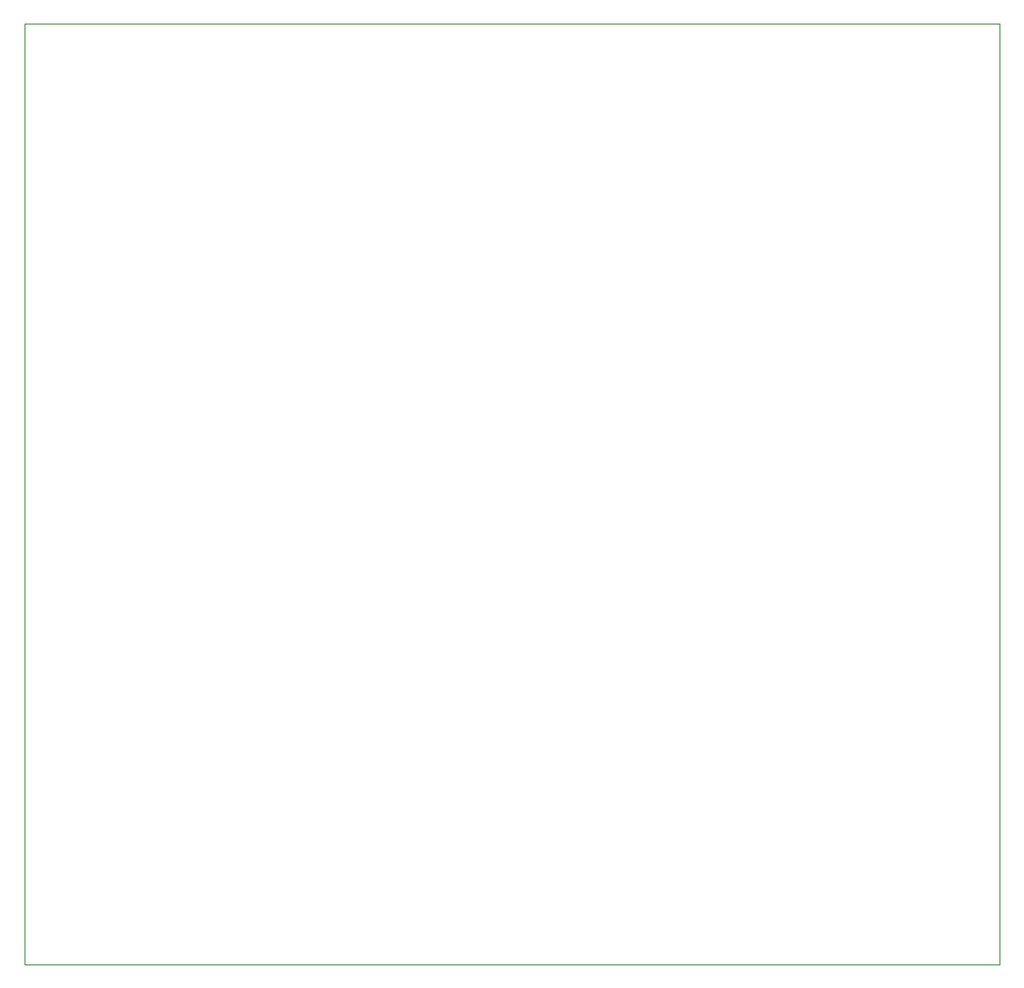
<source format=gbr>
%TF.GenerationSoftware,KiCad,Pcbnew,9.0.5*%
%TF.CreationDate,2026-02-23T00:05:01+05:30*%
%TF.ProjectId,AVR_Controller_E168_E3,4156525f-436f-46e7-9472-6f6c6c65725f,rev?*%
%TF.SameCoordinates,Original*%
%TF.FileFunction,Profile,NP*%
%FSLAX46Y46*%
G04 Gerber Fmt 4.6, Leading zero omitted, Abs format (unit mm)*
G04 Created by KiCad (PCBNEW 9.0.5) date 2026-02-23 00:05:01*
%MOMM*%
%LPD*%
G01*
G04 APERTURE LIST*
%TA.AperFunction,Profile*%
%ADD10C,0.050000*%
%TD*%
G04 APERTURE END LIST*
D10*
X134500000Y-66000000D02*
X222000000Y-66000000D01*
X222000000Y-150500000D01*
X134500000Y-150500000D01*
X134500000Y-66000000D01*
M02*

</source>
